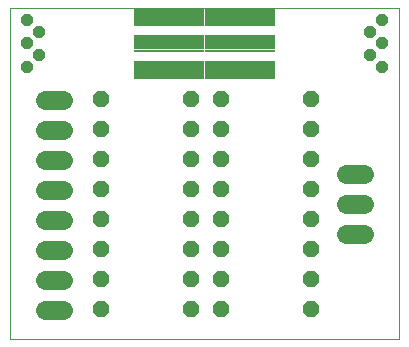
<source format=gts>
G75*
%MOIN*%
%OFA0B0*%
%FSLAX24Y24*%
%IPPOS*%
%LPD*%
%AMOC8*
5,1,8,0,0,1.08239X$1,22.5*
%
%ADD10C,0.0000*%
%ADD11R,0.2362X0.0394*%
%ADD12R,0.2382X0.0394*%
%ADD13R,0.2362X0.0591*%
%ADD14R,0.2382X0.0079*%
%ADD15R,0.2362X0.0079*%
%ADD16C,0.0640*%
%ADD17OC8,0.0560*%
%ADD18OC8,0.0396*%
D10*
X000100Y000133D02*
X000100Y011169D01*
X013088Y011169D01*
X013088Y000133D01*
X000100Y000133D01*
D11*
X005415Y009976D03*
D12*
X007779Y009976D03*
D13*
X007777Y010862D03*
X007777Y009090D03*
X005415Y009090D03*
X005415Y010862D03*
D14*
X007779Y010212D03*
X007779Y009740D03*
D15*
X005415Y009740D03*
X005415Y010212D03*
D16*
X001888Y008082D02*
X001288Y008082D01*
X001288Y007082D02*
X001888Y007082D01*
X001888Y006082D02*
X001288Y006082D01*
X001288Y005082D02*
X001888Y005082D01*
X001888Y004082D02*
X001288Y004082D01*
X001288Y003082D02*
X001888Y003082D01*
X001888Y002082D02*
X001288Y002082D01*
X001288Y001082D02*
X001888Y001082D01*
X011300Y003633D02*
X011900Y003633D01*
X011900Y004633D02*
X011300Y004633D01*
X011300Y005633D02*
X011900Y005633D01*
D17*
X010151Y006122D03*
X010151Y007122D03*
X010151Y008122D03*
X007151Y008122D03*
X006151Y008122D03*
X006151Y007122D03*
X007151Y007122D03*
X007151Y006122D03*
X006151Y006122D03*
X006151Y005122D03*
X007151Y005122D03*
X007151Y004122D03*
X006151Y004122D03*
X006151Y003122D03*
X007151Y003122D03*
X007151Y002122D03*
X006151Y002122D03*
X006151Y001122D03*
X007151Y001122D03*
X010151Y001122D03*
X010151Y002122D03*
X010151Y003122D03*
X010151Y004122D03*
X010151Y005122D03*
X003151Y005122D03*
X003151Y006122D03*
X003151Y007122D03*
X003151Y008122D03*
X003151Y004122D03*
X003151Y003122D03*
X003151Y002122D03*
X003151Y001122D03*
D18*
X000691Y009188D03*
X001084Y009582D03*
X000691Y009976D03*
X001084Y010370D03*
X000691Y010763D03*
X012108Y010370D03*
X012502Y010763D03*
X012502Y009976D03*
X012108Y009582D03*
X012502Y009188D03*
M02*

</source>
